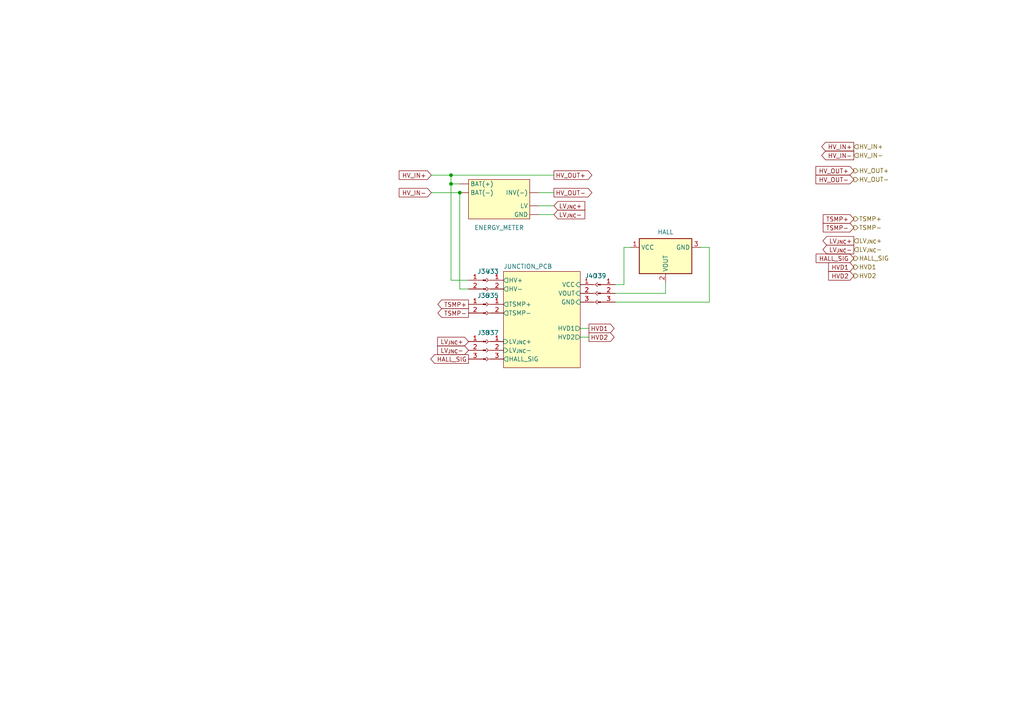
<source format=kicad_sch>
(kicad_sch (version 20211123) (generator eeschema)

  (uuid ca75196c-096c-4243-a796-817e5ae01a25)

  (paper "A4")

  (lib_symbols
    (symbol "A-FA_PARTS:Conn_01x02_Female" (pin_names (offset 1.016) hide) (in_bom yes) (on_board yes)
      (property "Reference" "J" (id 0) (at 0 2.54 0)
        (effects (font (size 1.27 1.27)))
      )
      (property "Value" "Conn_01x02_Female" (id 1) (at 0 -5.08 0)
        (effects (font (size 1.27 1.27)))
      )
      (property "Footprint" "" (id 2) (at 0 0 0)
        (effects (font (size 1.27 1.27)) hide)
      )
      (property "Datasheet" "~" (id 3) (at 0 0 0)
        (effects (font (size 1.27 1.27)) hide)
      )
      (property "ki_keywords" "connector" (id 4) (at 0 0 0)
        (effects (font (size 1.27 1.27)) hide)
      )
      (property "ki_description" "Generic connector, single row, 01x02, script generated (kicad-library-utils/schlib/autogen/connector/)" (id 5) (at 0 0 0)
        (effects (font (size 1.27 1.27)) hide)
      )
      (property "ki_fp_filters" "Connector*:*_1x??_*" (id 6) (at 0 0 0)
        (effects (font (size 1.27 1.27)) hide)
      )
      (symbol "Conn_01x02_Female_1_1"
        (arc (start 0 -2.032) (mid -0.508 -2.54) (end 0 -3.048)
          (stroke (width 0.1524) (type default) (color 0 0 0 0))
          (fill (type none))
        )
        (polyline
          (pts
            (xy -1.27 -2.54)
            (xy -0.508 -2.54)
          )
          (stroke (width 0.1524) (type default) (color 0 0 0 0))
          (fill (type none))
        )
        (polyline
          (pts
            (xy -1.27 0)
            (xy -0.508 0)
          )
          (stroke (width 0.1524) (type default) (color 0 0 0 0))
          (fill (type none))
        )
        (arc (start 0 0.508) (mid -0.508 0) (end 0 -0.508)
          (stroke (width 0.1524) (type default) (color 0 0 0 0))
          (fill (type none))
        )
        (pin input line (at 0 -2.54 180) (length 3.81) hide
          (name "" (effects (font (size 1.27 1.27))))
          (number "" (effects (font (size 1.27 1.27))))
        )
        (pin input line (at 0 0 180) (length 3.81) hide
          (name "" (effects (font (size 1.27 1.27))))
          (number "" (effects (font (size 1.27 1.27))))
        )
        (pin passive line (at -5.08 0 0) (length 3.81)
          (name "Pin_1" (effects (font (size 1.27 1.27))))
          (number "1" (effects (font (size 1.27 1.27))))
        )
        (pin passive line (at -5.08 -2.54 0) (length 3.81)
          (name "Pin_2" (effects (font (size 1.27 1.27))))
          (number "2" (effects (font (size 1.27 1.27))))
        )
      )
    )
    (symbol "A-FA_PARTS:Conn_01x02_Male" (pin_names (offset 1.016) hide) (in_bom yes) (on_board yes)
      (property "Reference" "J" (id 0) (at 0 2.54 0)
        (effects (font (size 1.27 1.27)))
      )
      (property "Value" "Conn_01x02_Male" (id 1) (at 0 -5.08 0)
        (effects (font (size 1.27 1.27)))
      )
      (property "Footprint" "" (id 2) (at 0 0 0)
        (effects (font (size 1.27 1.27)) hide)
      )
      (property "Datasheet" "~" (id 3) (at 0 0 0)
        (effects (font (size 1.27 1.27)) hide)
      )
      (property "ki_keywords" "connector" (id 4) (at 0 0 0)
        (effects (font (size 1.27 1.27)) hide)
      )
      (property "ki_description" "Generic connector, single row, 01x02, script generated (kicad-library-utils/schlib/autogen/connector/)" (id 5) (at 0 0 0)
        (effects (font (size 1.27 1.27)) hide)
      )
      (property "ki_fp_filters" "Connector*:*_1x??_*" (id 6) (at 0 0 0)
        (effects (font (size 1.27 1.27)) hide)
      )
      (symbol "Conn_01x02_Male_1_1"
        (polyline
          (pts
            (xy 1.27 -2.54)
            (xy 0.8636 -2.54)
          )
          (stroke (width 0.1524) (type default) (color 0 0 0 0))
          (fill (type none))
        )
        (polyline
          (pts
            (xy 1.27 0)
            (xy 0.8636 0)
          )
          (stroke (width 0.1524) (type default) (color 0 0 0 0))
          (fill (type none))
        )
        (rectangle (start 0.8636 -2.413) (end 0 -2.667)
          (stroke (width 0.1524) (type default) (color 0 0 0 0))
          (fill (type outline))
        )
        (rectangle (start 0.8636 0.127) (end 0 -0.127)
          (stroke (width 0.1524) (type default) (color 0 0 0 0))
          (fill (type outline))
        )
        (pin input line (at 0 -2.54 0) (length 3.81) hide
          (name "" (effects (font (size 1.27 1.27))))
          (number "" (effects (font (size 1.27 1.27))))
        )
        (pin input line (at 0 0 0) (length 3.81) hide
          (name "" (effects (font (size 1.27 1.27))))
          (number "" (effects (font (size 1.27 1.27))))
        )
        (pin passive line (at 5.08 0 180) (length 3.81)
          (name "Pin_1" (effects (font (size 1.27 1.27))))
          (number "1" (effects (font (size 1.27 1.27))))
        )
        (pin passive line (at 5.08 -2.54 180) (length 3.81)
          (name "Pin_2" (effects (font (size 1.27 1.27))))
          (number "2" (effects (font (size 1.27 1.27))))
        )
      )
    )
    (symbol "A-FA_PARTS:Conn_01x03_Female" (in_bom yes) (on_board yes)
      (property "Reference" "J" (id 0) (at -1.524 5.08 0)
        (effects (font (size 1.27 1.27)))
      )
      (property "Value" "Conn_01x03_Female" (id 1) (at 0.254 -5.969 0)
        (effects (font (size 1.27 1.27)) hide)
      )
      (property "Footprint" "" (id 2) (at -0.381 7.493 0)
        (effects (font (size 1.27 1.27)) hide)
      )
      (property "Datasheet" "" (id 3) (at -0.381 7.493 0)
        (effects (font (size 1.27 1.27)) hide)
      )
      (symbol "Conn_01x03_Female_1_1"
        (arc (start 0 -2.032) (mid -0.508 -2.54) (end 0 -3.048)
          (stroke (width 0.1524) (type default) (color 0 0 0 0))
          (fill (type none))
        )
        (polyline
          (pts
            (xy -1.27 -2.54)
            (xy -0.508 -2.54)
          )
          (stroke (width 0.1524) (type default) (color 0 0 0 0))
          (fill (type none))
        )
        (polyline
          (pts
            (xy -1.27 0)
            (xy -0.508 0)
          )
          (stroke (width 0.1524) (type default) (color 0 0 0 0))
          (fill (type none))
        )
        (polyline
          (pts
            (xy -1.27 2.54)
            (xy -0.508 2.54)
          )
          (stroke (width 0.1524) (type default) (color 0 0 0 0))
          (fill (type none))
        )
        (arc (start 0 0.508) (mid -0.508 0) (end 0 -0.508)
          (stroke (width 0.1524) (type default) (color 0 0 0 0))
          (fill (type none))
        )
        (arc (start 0 3.048) (mid -0.508 2.54) (end 0 2.032)
          (stroke (width 0.1524) (type default) (color 0 0 0 0))
          (fill (type none))
        )
        (pin input line (at 0 -2.54 180) (length 3.81) hide
          (name "" (effects (font (size 1.27 1.27))))
          (number "" (effects (font (size 1.27 1.27))))
        )
        (pin input line (at 0 0 180) (length 3.81) hide
          (name "" (effects (font (size 1.27 1.27))))
          (number "" (effects (font (size 1.27 1.27))))
        )
        (pin input line (at 0 2.54 180) (length 3.81) hide
          (name "" (effects (font (size 1.27 1.27))))
          (number "" (effects (font (size 1.27 1.27))))
        )
        (pin passive line (at -5.08 2.54 0) (length 3.81)
          (name "" (effects (font (size 1.27 1.27))))
          (number "1" (effects (font (size 1.27 1.27))))
        )
        (pin passive line (at -5.08 0 0) (length 3.81)
          (name "" (effects (font (size 1.27 1.27))))
          (number "2" (effects (font (size 1.27 1.27))))
        )
        (pin passive line (at -5.08 -2.54 0) (length 3.81)
          (name "" (effects (font (size 1.27 1.27))))
          (number "3" (effects (font (size 1.27 1.27))))
        )
      )
    )
    (symbol "A-FA_PARTS:Conn_01x03_Male" (in_bom yes) (on_board yes)
      (property "Reference" "J" (id 0) (at 1.651 4.826 0)
        (effects (font (size 1.27 1.27)))
      )
      (property "Value" "Conn_01x03_Male" (id 1) (at 0.762 -4.699 0)
        (effects (font (size 1.27 1.27)) hide)
      )
      (property "Footprint" "" (id 2) (at 0 0 0)
        (effects (font (size 1.27 1.27)) hide)
      )
      (property "Datasheet" "" (id 3) (at 0 0 0)
        (effects (font (size 1.27 1.27)) hide)
      )
      (symbol "Conn_01x03_Male_1_1"
        (polyline
          (pts
            (xy 1.2954 -2.54)
            (xy 0.889 -2.54)
          )
          (stroke (width 0.1524) (type default) (color 0 0 0 0))
          (fill (type none))
        )
        (polyline
          (pts
            (xy 1.2954 0)
            (xy 0.889 0)
          )
          (stroke (width 0.1524) (type default) (color 0 0 0 0))
          (fill (type none))
        )
        (polyline
          (pts
            (xy 1.2954 2.54)
            (xy 0.889 2.54)
          )
          (stroke (width 0.1524) (type default) (color 0 0 0 0))
          (fill (type none))
        )
        (rectangle (start 0.889 -2.413) (end 0.0254 -2.667)
          (stroke (width 0.1524) (type default) (color 0 0 0 0))
          (fill (type outline))
        )
        (rectangle (start 0.889 0.127) (end 0.0254 -0.127)
          (stroke (width 0.1524) (type default) (color 0 0 0 0))
          (fill (type outline))
        )
        (rectangle (start 0.889 2.667) (end 0.0254 2.413)
          (stroke (width 0.1524) (type default) (color 0 0 0 0))
          (fill (type outline))
        )
        (pin input line (at 0 -2.54 0) (length 3.81) hide
          (name "" (effects (font (size 1.27 1.27))))
          (number "" (effects (font (size 1.27 1.27))))
        )
        (pin input line (at 0 0 0) (length 3.81) hide
          (name "" (effects (font (size 1.27 1.27))))
          (number "" (effects (font (size 1.27 1.27))))
        )
        (pin input line (at 0 2.54 0) (length 3.81) hide
          (name "" (effects (font (size 1.27 1.27))))
          (number "" (effects (font (size 1.27 1.27))))
        )
        (pin passive line (at 5.08 2.54 180) (length 3.81)
          (name "" (effects (font (size 1.27 1.27))))
          (number "1" (effects (font (size 1.27 1.27))))
        )
        (pin passive line (at 5.08 0 180) (length 3.81)
          (name "" (effects (font (size 1.27 1.27))))
          (number "2" (effects (font (size 1.27 1.27))))
        )
        (pin passive line (at 5.08 -2.54 180) (length 3.81)
          (name "" (effects (font (size 1.27 1.27))))
          (number "3" (effects (font (size 1.27 1.27))))
        )
      )
    )
    (symbol "A-FA_PARTS:ENERGY_METER" (in_bom yes) (on_board yes)
      (property "Reference" "U" (id 0) (at 0 10.16 0)
        (effects (font (size 1.27 1.27)))
      )
      (property "Value" "ENERGY_METER" (id 1) (at 0 7.62 0)
        (effects (font (size 1.27 1.27)))
      )
      (property "Footprint" "" (id 2) (at -3.81 5.08 0)
        (effects (font (size 1.27 1.27)) hide)
      )
      (property "Datasheet" "" (id 3) (at -3.81 5.08 0)
        (effects (font (size 1.27 1.27)) hide)
      )
      (symbol "ENERGY_METER_0_1"
        (rectangle (start -8.89 6.35) (end 8.89 -5.08)
          (stroke (width 0.1524) (type default) (color 0 0 0 0))
          (fill (type background))
        )
      )
      (symbol "ENERGY_METER_1_1"
        (pin input line (at -11.43 5.08 0) (length 2.54)
          (name "BAT(+)" (effects (font (size 1.27 1.27))))
          (number "" (effects (font (size 1.27 1.27))))
        )
        (pin input line (at -11.43 2.54 0) (length 2.54)
          (name "BAT(-)" (effects (font (size 1.27 1.27))))
          (number "" (effects (font (size 1.27 1.27))))
        )
        (pin input line (at 11.43 -3.81 180) (length 2.54)
          (name "GND" (effects (font (size 1.27 1.27))))
          (number "" (effects (font (size 1.27 1.27))))
        )
        (pin input line (at 11.43 2.54 180) (length 2.54)
          (name "INV(-)" (effects (font (size 1.27 1.27))))
          (number "" (effects (font (size 1.27 1.27))))
        )
        (pin input line (at 11.43 -1.27 180) (length 2.54)
          (name "LV" (effects (font (size 1.27 1.27))))
          (number "" (effects (font (size 1.27 1.27))))
        )
      )
    )
    (symbol "Sensor_Magnetic:A1101ELHL" (in_bom yes) (on_board yes)
      (property "Reference" "U" (id 0) (at 0 11.43 0)
        (effects (font (size 1.27 1.27)) (justify left))
      )
      (property "Value" "A1101ELHL" (id 1) (at 0 8.89 0)
        (effects (font (size 1.27 1.27)) (justify left))
      )
      (property "Footprint" "Package_TO_SOT_SMD:SOT-23W" (id 2) (at 0 -8.89 0)
        (effects (font (size 1.27 1.27) italic) (justify left) hide)
      )
      (property "Datasheet" "https://www.allegromicro.com/-/media/files/datasheets/a110x-datasheet.ashx" (id 3) (at 0 16.51 0)
        (effects (font (size 1.27 1.27)) hide)
      )
      (property "ki_keywords" "hall switch" (id 4) (at 0 0 0)
        (effects (font (size 1.27 1.27)) hide)
      )
      (property "ki_description" "Hall effect switch, unipolar, Bop=100G, Brp=45G, -40C to +85C, SOT-23W" (id 5) (at 0 0 0)
        (effects (font (size 1.27 1.27)) hide)
      )
      (property "ki_fp_filters" "SOT?23*" (id 6) (at 0 0 0)
        (effects (font (size 1.27 1.27)) hide)
      )
      (symbol "A1101ELHL_0_1"
        (rectangle (start -5.08 7.62) (end 5.08 -7.62)
          (stroke (width 0.254) (type default) (color 0 0 0 0))
          (fill (type background))
        )
      )
      (symbol "A1101ELHL_1_1"
        (pin power_in line (at -2.54 10.16 270) (length 2.54)
          (name "VCC" (effects (font (size 1.27 1.27))))
          (number "1" (effects (font (size 1.27 1.27))))
        )
        (pin open_collector line (at 7.62 0 180) (length 2.54)
          (name "VOUT" (effects (font (size 1.27 1.27))))
          (number "2" (effects (font (size 1.27 1.27))))
        )
        (pin power_in line (at -2.54 -10.16 90) (length 2.54)
          (name "GND" (effects (font (size 1.27 1.27))))
          (number "3" (effects (font (size 1.27 1.27))))
        )
      )
    )
  )

  (junction (at 133.35 55.88) (diameter 0) (color 0 0 0 0)
    (uuid 138f7e2a-8477-4dde-b2d0-ee327a2a1cb2)
  )
  (junction (at 130.81 53.34) (diameter 0) (color 0 0 0 0)
    (uuid 32f8eaff-63f8-4a12-83ae-42be762364a8)
  )
  (junction (at 130.81 50.8) (diameter 0) (color 0 0 0 0)
    (uuid c2545684-58cc-42bc-8f98-266b61b31fc5)
  )

  (wire (pts (xy 156.21 59.69) (xy 160.655 59.69))
    (stroke (width 0) (type default) (color 0 0 0 0))
    (uuid 07fa2987-4686-4766-aafc-ed17bc22bcb5)
  )
  (wire (pts (xy 156.21 62.23) (xy 160.655 62.23))
    (stroke (width 0) (type default) (color 0 0 0 0))
    (uuid 0dfc9e8e-c7ee-4064-a93d-cfb5e680e28c)
  )
  (wire (pts (xy 125.095 50.8) (xy 130.81 50.8))
    (stroke (width 0) (type default) (color 0 0 0 0))
    (uuid 180cb394-bc92-405c-bb40-e1f01882773a)
  )
  (wire (pts (xy 193.04 85.09) (xy 178.435 85.09))
    (stroke (width 0) (type default) (color 0 0 0 0))
    (uuid 19ec9daf-2d08-46ab-b1e3-408001005aeb)
  )
  (wire (pts (xy 168.275 95.25) (xy 170.815 95.25))
    (stroke (width 0) (type default) (color 0 0 0 0))
    (uuid 1e61ac1e-614a-4e79-a402-e012609a2a2a)
  )
  (wire (pts (xy 133.35 83.82) (xy 135.89 83.82))
    (stroke (width 0) (type default) (color 0 0 0 0))
    (uuid 2a8b2077-b6b4-4be7-8eea-e7ee385b288e)
  )
  (wire (pts (xy 130.81 50.8) (xy 160.655 50.8))
    (stroke (width 0) (type default) (color 0 0 0 0))
    (uuid 4e358a08-40fc-4d3f-b6f0-7aa1ed2ea842)
  )
  (wire (pts (xy 130.81 53.34) (xy 130.81 50.8))
    (stroke (width 0) (type default) (color 0 0 0 0))
    (uuid 5f39a60f-3ffd-42a2-9550-9689f3183830)
  )
  (wire (pts (xy 182.88 71.755) (xy 180.975 71.755))
    (stroke (width 0) (type default) (color 0 0 0 0))
    (uuid 79987dc6-0253-4d6c-a1d6-7bce3195be14)
  )
  (wire (pts (xy 205.74 87.63) (xy 178.435 87.63))
    (stroke (width 0) (type default) (color 0 0 0 0))
    (uuid 8306b7e8-2ebb-48ff-874b-6783106c5a5d)
  )
  (wire (pts (xy 168.275 97.79) (xy 170.815 97.79))
    (stroke (width 0) (type default) (color 0 0 0 0))
    (uuid 8c2b4669-526a-4d97-a720-7ce9e89e6d26)
  )
  (wire (pts (xy 130.81 53.34) (xy 130.81 81.28))
    (stroke (width 0) (type default) (color 0 0 0 0))
    (uuid 90bb4a12-5352-43c1-a85f-cc7679eb1acf)
  )
  (wire (pts (xy 205.74 71.755) (xy 205.74 87.63))
    (stroke (width 0) (type default) (color 0 0 0 0))
    (uuid 983643b6-5098-4144-980f-c74dfa069c3e)
  )
  (wire (pts (xy 130.81 81.28) (xy 135.89 81.28))
    (stroke (width 0) (type default) (color 0 0 0 0))
    (uuid 9abd6fd7-5843-4baf-9855-aced61834a22)
  )
  (wire (pts (xy 160.655 55.88) (xy 156.21 55.88))
    (stroke (width 0) (type default) (color 0 0 0 0))
    (uuid a97911fc-8c2f-4df9-856e-e91936ef6b08)
  )
  (wire (pts (xy 180.975 82.55) (xy 178.435 82.55))
    (stroke (width 0) (type default) (color 0 0 0 0))
    (uuid b9a522cc-1a5d-4830-a178-c02cfb953dfd)
  )
  (wire (pts (xy 203.2 71.755) (xy 205.74 71.755))
    (stroke (width 0) (type default) (color 0 0 0 0))
    (uuid c0319ea0-8183-46dc-a281-c75c8be44f4f)
  )
  (wire (pts (xy 125.095 55.88) (xy 133.35 55.88))
    (stroke (width 0) (type default) (color 0 0 0 0))
    (uuid d47ec167-fff6-45a7-9b97-af67c1d0af8a)
  )
  (wire (pts (xy 133.35 53.34) (xy 130.81 53.34))
    (stroke (width 0) (type default) (color 0 0 0 0))
    (uuid d7478484-5e17-49d5-81fa-4f7778a54b67)
  )
  (wire (pts (xy 133.35 55.88) (xy 133.35 83.82))
    (stroke (width 0) (type default) (color 0 0 0 0))
    (uuid e4807b4a-5881-4a14-b4aa-3988674b1b79)
  )
  (wire (pts (xy 180.975 71.755) (xy 180.975 82.55))
    (stroke (width 0) (type default) (color 0 0 0 0))
    (uuid e78907c9-52a0-448b-8bc2-f35c3eaedc69)
  )
  (wire (pts (xy 193.04 81.915) (xy 193.04 85.09))
    (stroke (width 0) (type default) (color 0 0 0 0))
    (uuid fe7db1f5-0588-41c3-b508-40be96acdf00)
  )

  (global_label "TSMP-" (shape output) (at 135.89 90.805 180) (fields_autoplaced)
    (effects (font (size 1.27 1.27)) (justify right))
    (uuid 1ec329d8-7a9c-4194-b760-1dba3bda886e)
    (property "Intersheet References" "${INTERSHEET_REFS}" (id 0) (at 127.0059 90.7256 0)
      (effects (font (size 1.27 1.27)) (justify right) hide)
    )
  )
  (global_label "HV_IN-" (shape input) (at 125.095 55.88 180) (fields_autoplaced)
    (effects (font (size 1.27 1.27)) (justify right))
    (uuid 2e71066a-543e-4ead-a6c3-b30b319b63bd)
    (property "Intersheet References" "${INTERSHEET_REFS}" (id 0) (at 115.7876 55.8006 0)
      (effects (font (size 1.27 1.27)) (justify right) hide)
    )
  )
  (global_label "HV_IN-" (shape output) (at 247.65 45.085 180) (fields_autoplaced)
    (effects (font (size 1.27 1.27)) (justify right))
    (uuid 396711e0-e24a-4baa-a525-8420ff9080ca)
    (property "Intersheet References" "${INTERSHEET_REFS}" (id 0) (at 238.3426 45.0056 0)
      (effects (font (size 1.27 1.27)) (justify right) hide)
    )
  )
  (global_label "HV_OUT+" (shape input) (at 247.65 49.53 180) (fields_autoplaced)
    (effects (font (size 1.27 1.27)) (justify right))
    (uuid 4b6091f3-4de6-4945-954a-ff1670845f41)
    (property "Intersheet References" "${INTERSHEET_REFS}" (id 0) (at 236.6493 49.4506 0)
      (effects (font (size 1.27 1.27)) (justify right) hide)
    )
  )
  (global_label "LV_{JNC}+" (shape output) (at 247.65 69.85 180) (fields_autoplaced)
    (effects (font (size 1.27 1.27)) (justify right))
    (uuid 4d5a585a-ef60-4b27-811a-5534f9bc1cc1)
    (property "Intersheet References" "${INTERSHEET_REFS}" (id 0) (at 238.6934 69.7706 0)
      (effects (font (size 1.27 1.27)) (justify right) hide)
    )
  )
  (global_label "HV_IN+" (shape output) (at 247.65 42.545 180) (fields_autoplaced)
    (effects (font (size 1.27 1.27)) (justify right))
    (uuid 5075153a-2d4a-433c-b8ed-dd3539d4f599)
    (property "Intersheet References" "${INTERSHEET_REFS}" (id 0) (at 238.3426 42.4656 0)
      (effects (font (size 1.27 1.27)) (justify right) hide)
    )
  )
  (global_label "HVD1" (shape output) (at 170.815 95.25 0) (fields_autoplaced)
    (effects (font (size 1.27 1.27)) (justify left))
    (uuid 5a398e52-0dbb-4c04-a385-1e0f7fc3eb96)
    (property "Intersheet References" "${INTERSHEET_REFS}" (id 0) (at 178.1267 95.1706 0)
      (effects (font (size 1.27 1.27)) (justify left) hide)
    )
  )
  (global_label "HV_OUT+" (shape output) (at 160.655 50.8 0) (fields_autoplaced)
    (effects (font (size 1.27 1.27)) (justify left))
    (uuid 5eb9a487-9f48-47d1-bcb4-dc60999318e4)
    (property "Intersheet References" "${INTERSHEET_REFS}" (id 0) (at 171.6557 50.7206 0)
      (effects (font (size 1.27 1.27)) (justify left) hide)
    )
  )
  (global_label "TSMP-" (shape input) (at 247.65 66.04 180) (fields_autoplaced)
    (effects (font (size 1.27 1.27)) (justify right))
    (uuid 65d1f49b-e041-4823-8575-f53be127aad1)
    (property "Intersheet References" "${INTERSHEET_REFS}" (id 0) (at 238.7659 65.9606 0)
      (effects (font (size 1.27 1.27)) (justify right) hide)
    )
  )
  (global_label "HVD2" (shape output) (at 170.815 97.79 0) (fields_autoplaced)
    (effects (font (size 1.27 1.27)) (justify left))
    (uuid 6a8c7134-6175-4795-929d-dc55895337c6)
    (property "Intersheet References" "${INTERSHEET_REFS}" (id 0) (at 178.1267 97.7106 0)
      (effects (font (size 1.27 1.27)) (justify left) hide)
    )
  )
  (global_label "HV_OUT-" (shape output) (at 160.655 55.88 0) (fields_autoplaced)
    (effects (font (size 1.27 1.27)) (justify left))
    (uuid 7319327e-7d43-4761-bb57-70465f53b28d)
    (property "Intersheet References" "${INTERSHEET_REFS}" (id 0) (at 171.6557 55.8006 0)
      (effects (font (size 1.27 1.27)) (justify left) hide)
    )
  )
  (global_label "LV_{JNC}-" (shape input) (at 160.655 62.23 0) (fields_autoplaced)
    (effects (font (size 1.27 1.27)) (justify left))
    (uuid 73f2eb3c-96d5-494e-8c16-f87b9c5292fe)
    (property "Intersheet References" "${INTERSHEET_REFS}" (id 0) (at 169.6116 62.1506 0)
      (effects (font (size 1.27 1.27)) (justify left) hide)
    )
  )
  (global_label "TSMP+" (shape input) (at 247.65 63.5 180) (fields_autoplaced)
    (effects (font (size 1.27 1.27)) (justify right))
    (uuid 7a78bfcd-bc84-4785-97c3-4bb7f236c352)
    (property "Intersheet References" "${INTERSHEET_REFS}" (id 0) (at 238.7659 63.4206 0)
      (effects (font (size 1.27 1.27)) (justify right) hide)
    )
  )
  (global_label "HV_OUT-" (shape input) (at 247.65 52.07 180) (fields_autoplaced)
    (effects (font (size 1.27 1.27)) (justify right))
    (uuid 8d0a4f22-f012-4d34-baa4-4f997c92acee)
    (property "Intersheet References" "${INTERSHEET_REFS}" (id 0) (at 236.6493 51.9906 0)
      (effects (font (size 1.27 1.27)) (justify right) hide)
    )
  )
  (global_label "HALL_SIG" (shape input) (at 247.65 74.93 180) (fields_autoplaced)
    (effects (font (size 1.27 1.27)) (justify right))
    (uuid 8ef09b3d-4fa0-43b0-b64f-be0a4708aa7f)
    (property "Intersheet References" "${INTERSHEET_REFS}" (id 0) (at 236.7098 74.8506 0)
      (effects (font (size 1.27 1.27)) (justify right) hide)
    )
  )
  (global_label "HV_IN+" (shape input) (at 125.095 50.8 180) (fields_autoplaced)
    (effects (font (size 1.27 1.27)) (justify right))
    (uuid 9d9873c1-4d9d-4670-885d-c1365f9e0c30)
    (property "Intersheet References" "${INTERSHEET_REFS}" (id 0) (at 115.7876 50.8794 0)
      (effects (font (size 1.27 1.27)) (justify right) hide)
    )
  )
  (global_label "LV_{JNC}-" (shape output) (at 247.65 72.39 180) (fields_autoplaced)
    (effects (font (size 1.27 1.27)) (justify right))
    (uuid a5fec895-dc84-4a6c-95e5-8d5302148c9b)
    (property "Intersheet References" "${INTERSHEET_REFS}" (id 0) (at 238.6934 72.3106 0)
      (effects (font (size 1.27 1.27)) (justify right) hide)
    )
  )
  (global_label "LV_{JNC}+" (shape input) (at 135.89 99.06 180) (fields_autoplaced)
    (effects (font (size 1.27 1.27)) (justify right))
    (uuid a651f8d2-5dec-4bf6-bf20-84ac3121e49c)
    (property "Intersheet References" "${INTERSHEET_REFS}" (id 0) (at 126.9334 98.9806 0)
      (effects (font (size 1.27 1.27)) (justify right) hide)
    )
  )
  (global_label "HALL_SIG" (shape output) (at 135.89 104.14 180) (fields_autoplaced)
    (effects (font (size 1.27 1.27)) (justify right))
    (uuid b24a5d44-97f7-4cc1-921a-104d33fe0733)
    (property "Intersheet References" "${INTERSHEET_REFS}" (id 0) (at 124.9498 104.0606 0)
      (effects (font (size 1.27 1.27)) (justify right) hide)
    )
  )
  (global_label "HVD2" (shape input) (at 247.65 80.01 180) (fields_autoplaced)
    (effects (font (size 1.27 1.27)) (justify right))
    (uuid c7f66de5-f8fd-4c0b-ba55-f421deb89c6e)
    (property "Intersheet References" "${INTERSHEET_REFS}" (id 0) (at 240.3383 79.9306 0)
      (effects (font (size 1.27 1.27)) (justify right) hide)
    )
  )
  (global_label "HVD1" (shape input) (at 247.65 77.47 180) (fields_autoplaced)
    (effects (font (size 1.27 1.27)) (justify right))
    (uuid d8109a11-ab0e-4ad4-8145-35e422bba8a3)
    (property "Intersheet References" "${INTERSHEET_REFS}" (id 0) (at 240.3383 77.3906 0)
      (effects (font (size 1.27 1.27)) (justify right) hide)
    )
  )
  (global_label "LV_{JNC}+" (shape input) (at 160.655 59.69 0) (fields_autoplaced)
    (effects (font (size 1.27 1.27)) (justify left))
    (uuid d9ae6415-26f8-41c2-8185-fae437a74f18)
    (property "Intersheet References" "${INTERSHEET_REFS}" (id 0) (at 169.6116 59.6106 0)
      (effects (font (size 1.27 1.27)) (justify left) hide)
    )
  )
  (global_label "TSMP+" (shape output) (at 135.89 88.265 180) (fields_autoplaced)
    (effects (font (size 1.27 1.27)) (justify right))
    (uuid dc694691-ee65-4da6-8e0b-71ebece06581)
    (property "Intersheet References" "${INTERSHEET_REFS}" (id 0) (at 127.0059 88.1856 0)
      (effects (font (size 1.27 1.27)) (justify right) hide)
    )
  )
  (global_label "LV_{JNC}-" (shape input) (at 135.89 101.6 180) (fields_autoplaced)
    (effects (font (size 1.27 1.27)) (justify right))
    (uuid e37a868a-7070-471b-9d52-e6d36c020115)
    (property "Intersheet References" "${INTERSHEET_REFS}" (id 0) (at 126.9334 101.5206 0)
      (effects (font (size 1.27 1.27)) (justify right) hide)
    )
  )

  (hierarchical_label "HV_IN-" (shape input) (at 247.65 45.085 0)
    (effects (font (size 1.27 1.27)) (justify left))
    (uuid 06d81802-8c2d-46df-b47d-11b99d89f548)
  )
  (hierarchical_label "TSMP-" (shape output) (at 247.65 66.04 0)
    (effects (font (size 1.27 1.27)) (justify left))
    (uuid 0da06fd8-62f9-46b6-ae6d-c98d24ffa5f5)
  )
  (hierarchical_label "TSMP+" (shape output) (at 247.65 63.5 0)
    (effects (font (size 1.27 1.27)) (justify left))
    (uuid 27cdaf6d-13ea-4d08-9114-5e835f5f1163)
  )
  (hierarchical_label "HVD2" (shape output) (at 247.65 80.01 0)
    (effects (font (size 1.27 1.27)) (justify left))
    (uuid 64d85926-42a5-4874-b899-c43b6bf15517)
  )
  (hierarchical_label "HV_OUT-" (shape output) (at 247.65 52.07 0)
    (effects (font (size 1.27 1.27)) (justify left))
    (uuid 67694d2f-9e3d-4e4b-ba8a-f7d2bc59cef6)
  )
  (hierarchical_label "LV_{JNC}-" (shape input) (at 247.65 72.39 0)
    (effects (font (size 1.27 1.27)) (justify left))
    (uuid 7cfcf096-47c5-40a0-a8b4-e261a6fff93f)
  )
  (hierarchical_label "LV_{JNC}+" (shape input) (at 247.65 69.85 0)
    (effects (font (size 1.27 1.27)) (justify left))
    (uuid a628dcef-c5d6-41a5-8fa8-af8c133c909c)
  )
  (hierarchical_label "HV_IN+" (shape input) (at 247.65 42.545 0)
    (effects (font (size 1.27 1.27)) (justify left))
    (uuid b7972bf7-6351-4e49-96e4-8cc8e2a6871c)
  )
  (hierarchical_label "HV_OUT+" (shape output) (at 247.65 49.53 0)
    (effects (font (size 1.27 1.27)) (justify left))
    (uuid bd3b6a9f-5eaf-441a-ba2e-82dca064bf97)
  )
  (hierarchical_label "HALL_SIG" (shape output) (at 247.65 74.93 0)
    (effects (font (size 1.27 1.27)) (justify left))
    (uuid cc8e067f-508c-4a3b-b7c5-6d86f1ff9ee2)
  )
  (hierarchical_label "HVD1" (shape output) (at 247.65 77.47 0)
    (effects (font (size 1.27 1.27)) (justify left))
    (uuid fdbbf82e-3950-48d6-8edd-594a435fba12)
  )

  (symbol (lib_id "A-FA_PARTS:Conn_01x02_Female") (at 140.97 88.265 0) (mirror y) (unit 1)
    (in_bom yes) (on_board yes)
    (uuid 3113d98a-be9e-425f-a8a6-753117077d46)
    (property "Reference" "J35" (id 0) (at 142.875 85.725 0))
    (property "Value" "Conn_01x02_Female" (id 1) (at 141.605 86.6449 0)
      (effects (font (size 1.27 1.27)) hide)
    )
    (property "Footprint" "" (id 2) (at 140.97 88.265 0)
      (effects (font (size 1.27 1.27)) hide)
    )
    (property "Datasheet" "~" (id 3) (at 140.97 88.265 0)
      (effects (font (size 1.27 1.27)) hide)
    )
    (pin "" (uuid ff396b5d-5747-4b5d-8277-be9b594390ed))
    (pin "" (uuid ff396b5d-5747-4b5d-8277-be9b594390ed))
    (pin "1" (uuid ca643877-087b-4064-a8a0-d284fd7bcb73))
    (pin "2" (uuid 61217896-6795-41de-8aa4-0f4d3e2e93b1))
  )

  (symbol (lib_id "A-FA_PARTS:Conn_01x02_Male") (at 140.97 88.265 0) (mirror y) (unit 1)
    (in_bom yes) (on_board yes)
    (uuid 420b60cb-f5b6-4969-87ec-b0276ff3c7fc)
    (property "Reference" "J36" (id 0) (at 138.43 85.725 0)
      (effects (font (size 1.27 1.27)) (justify right))
    )
    (property "Value" "Conn_01x02_Male" (id 1) (at 141.6812 91.2372 0)
      (effects (font (size 1.27 1.27)) (justify right) hide)
    )
    (property "Footprint" "" (id 2) (at 140.97 88.265 0)
      (effects (font (size 1.27 1.27)) hide)
    )
    (property "Datasheet" "~" (id 3) (at 140.97 88.265 0)
      (effects (font (size 1.27 1.27)) hide)
    )
    (pin "" (uuid 15f97ea8-9d17-4689-87c3-f2a6963a0b0d))
    (pin "" (uuid 15f97ea8-9d17-4689-87c3-f2a6963a0b0d))
    (pin "1" (uuid ae276633-a061-4ca2-b08f-fef04619eea8))
    (pin "2" (uuid fd2a6288-4eb1-4be3-b0f7-0896f9f32804))
  )

  (symbol (lib_id "A-FA_PARTS:Conn_01x03_Female") (at 140.97 101.6 0) (mirror y) (unit 1)
    (in_bom yes) (on_board yes)
    (uuid 7e91c6b6-19e5-4203-9898-391f9c9d4467)
    (property "Reference" "J37" (id 0) (at 142.875 96.52 0))
    (property "Value" "Conn_01x03_Female" (id 1) (at 140.716 107.569 0)
      (effects (font (size 1.27 1.27)) hide)
    )
    (property "Footprint" "" (id 2) (at 141.351 94.107 0)
      (effects (font (size 1.27 1.27)) hide)
    )
    (property "Datasheet" "" (id 3) (at 141.351 94.107 0)
      (effects (font (size 1.27 1.27)) hide)
    )
    (pin "" (uuid ec712252-d073-43e1-868a-e04c99663eea))
    (pin "" (uuid ec712252-d073-43e1-868a-e04c99663eea))
    (pin "" (uuid ec712252-d073-43e1-868a-e04c99663eea))
    (pin "1" (uuid 580a46d4-35ab-4676-871e-2edff8f1cc72))
    (pin "2" (uuid 86910f6b-7255-4b38-9a2a-419eb859e407))
    (pin "3" (uuid aaf4c67b-050d-404b-9378-804de4e65d11))
  )

  (symbol (lib_id "A-FA_PARTS:Conn_01x02_Female") (at 140.97 81.28 0) (mirror y) (unit 1)
    (in_bom yes) (on_board yes)
    (uuid 85b7cbc7-fc18-41cc-8d37-feb4de0166e6)
    (property "Reference" "J33" (id 0) (at 142.875 78.74 0))
    (property "Value" "Conn_01x02_Female" (id 1) (at 141.605 79.6599 0)
      (effects (font (size 1.27 1.27)) hide)
    )
    (property "Footprint" "" (id 2) (at 140.97 81.28 0)
      (effects (font (size 1.27 1.27)) hide)
    )
    (property "Datasheet" "~" (id 3) (at 140.97 81.28 0)
      (effects (font (size 1.27 1.27)) hide)
    )
    (pin "" (uuid 4942c78c-4124-4c28-845b-44be4de5ad72))
    (pin "" (uuid 4942c78c-4124-4c28-845b-44be4de5ad72))
    (pin "1" (uuid 63d49ed9-8a95-4f38-831b-a1e80e2667d7))
    (pin "2" (uuid 24e786d2-4554-41f1-bd12-3818e8390e71))
  )

  (symbol (lib_id "A-FA_PARTS:Conn_01x02_Male") (at 140.97 81.28 0) (mirror y) (unit 1)
    (in_bom yes) (on_board yes)
    (uuid 8fd2915f-1e8a-4109-bdcf-3ed99a799172)
    (property "Reference" "J34" (id 0) (at 138.43 78.74 0)
      (effects (font (size 1.27 1.27)) (justify right))
    )
    (property "Value" "Conn_01x02_Male" (id 1) (at 141.6812 84.2522 0)
      (effects (font (size 1.27 1.27)) (justify right) hide)
    )
    (property "Footprint" "" (id 2) (at 140.97 81.28 0)
      (effects (font (size 1.27 1.27)) hide)
    )
    (property "Datasheet" "~" (id 3) (at 140.97 81.28 0)
      (effects (font (size 1.27 1.27)) hide)
    )
    (pin "" (uuid 2eeb9fb7-1282-4396-9250-bef4939cc841))
    (pin "" (uuid 2eeb9fb7-1282-4396-9250-bef4939cc841))
    (pin "1" (uuid 27ebe784-5fed-4009-952a-8378e45406c1))
    (pin "2" (uuid 519841bc-2f5e-44f2-b6b7-63979120e0e5))
  )

  (symbol (lib_id "A-FA_PARTS:Conn_01x03_Male") (at 173.355 85.09 0) (unit 1)
    (in_bom yes) (on_board yes)
    (uuid b578c9e5-d715-4071-8fa9-f74701f43131)
    (property "Reference" "J39" (id 0) (at 175.895 80.01 0)
      (effects (font (size 1.27 1.27)) (justify right))
    )
    (property "Value" "Conn_01x03_Male" (id 1) (at 174.117 89.789 0)
      (effects (font (size 1.27 1.27)) hide)
    )
    (property "Footprint" "" (id 2) (at 173.355 85.09 0)
      (effects (font (size 1.27 1.27)) hide)
    )
    (property "Datasheet" "" (id 3) (at 173.355 85.09 0)
      (effects (font (size 1.27 1.27)) hide)
    )
    (pin "" (uuid 54620809-171a-4381-9d37-c9b7a2eca424))
    (pin "" (uuid 54620809-171a-4381-9d37-c9b7a2eca424))
    (pin "" (uuid 54620809-171a-4381-9d37-c9b7a2eca424))
    (pin "1" (uuid 0b0d153c-e73f-43ac-944f-c7ee310dc883))
    (pin "2" (uuid 76912bdd-cd14-4f8e-9e12-e171fbc580fe))
    (pin "3" (uuid 3709812b-e277-457e-812a-193b28cb22f4))
  )

  (symbol (lib_id "A-FA_PARTS:ENERGY_METER") (at 144.78 58.42 0) (unit 1)
    (in_bom yes) (on_board yes)
    (uuid b91595ff-787e-4842-9fb5-e3b463428bba)
    (property "Reference" "U21" (id 0) (at 144.78 68.58 0)
      (effects (font (size 1.27 1.27)) hide)
    )
    (property "Value" "ENERGY_METER" (id 1) (at 144.78 66.04 0))
    (property "Footprint" "" (id 2) (at 138.43 53.34 0)
      (effects (font (size 1.27 1.27)) hide)
    )
    (property "Datasheet" "" (id 3) (at 138.43 53.34 0)
      (effects (font (size 1.27 1.27)) hide)
    )
    (pin "" (uuid affa7e31-b9c1-4177-b77e-531a7c211ada))
    (pin "" (uuid affa7e31-b9c1-4177-b77e-531a7c211ada))
    (pin "" (uuid affa7e31-b9c1-4177-b77e-531a7c211ada))
    (pin "" (uuid affa7e31-b9c1-4177-b77e-531a7c211ada))
    (pin "" (uuid affa7e31-b9c1-4177-b77e-531a7c211ada))
  )

  (symbol (lib_id "A-FA_PARTS:Conn_01x03_Female") (at 173.355 85.09 0) (unit 1)
    (in_bom yes) (on_board yes)
    (uuid c02f11e2-8681-4a71-8b53-b4be3abfa549)
    (property "Reference" "J40" (id 0) (at 171.45 80.01 0))
    (property "Value" "Conn_01x03_Female" (id 1) (at 173.609 91.059 0)
      (effects (font (size 1.27 1.27)) hide)
    )
    (property "Footprint" "" (id 2) (at 172.974 77.597 0)
      (effects (font (size 1.27 1.27)) hide)
    )
    (property "Datasheet" "" (id 3) (at 172.974 77.597 0)
      (effects (font (size 1.27 1.27)) hide)
    )
    (pin "" (uuid c6054807-2ef5-47d8-b164-fa92d0c3c311))
    (pin "" (uuid c6054807-2ef5-47d8-b164-fa92d0c3c311))
    (pin "" (uuid c6054807-2ef5-47d8-b164-fa92d0c3c311))
    (pin "1" (uuid b807de6e-32f7-47cb-9df0-fd7f39a70206))
    (pin "2" (uuid 525906a6-d109-4b4b-b87b-15370c8a4a57))
    (pin "3" (uuid 05e94003-4285-4fe4-b742-98412fdaade1))
  )

  (symbol (lib_id "A-FA_PARTS:Conn_01x03_Male") (at 140.97 101.6 0) (mirror y) (unit 1)
    (in_bom yes) (on_board yes)
    (uuid cc1fd4a1-2e33-4742-a7ef-820893f6d4ab)
    (property "Reference" "J38" (id 0) (at 138.43 96.52 0)
      (effects (font (size 1.27 1.27)) (justify right))
    )
    (property "Value" "Conn_01x03_Male" (id 1) (at 140.208 106.299 0)
      (effects (font (size 1.27 1.27)) hide)
    )
    (property "Footprint" "" (id 2) (at 140.97 101.6 0)
      (effects (font (size 1.27 1.27)) hide)
    )
    (property "Datasheet" "" (id 3) (at 140.97 101.6 0)
      (effects (font (size 1.27 1.27)) hide)
    )
    (pin "" (uuid 3660e67d-738c-47b9-b5f9-d7ffe236a43d))
    (pin "" (uuid 3660e67d-738c-47b9-b5f9-d7ffe236a43d))
    (pin "" (uuid 3660e67d-738c-47b9-b5f9-d7ffe236a43d))
    (pin "1" (uuid a4adc93e-2335-4288-9db4-c3e76e5f65b2))
    (pin "2" (uuid beac668b-ccab-4e70-8f93-084fa217245e))
    (pin "3" (uuid db738198-55bb-41fe-8c4a-bf65417711ce))
  )

  (symbol (lib_id "Sensor_Magnetic:A1101ELHL") (at 193.04 74.295 90) (mirror x) (unit 1)
    (in_bom yes) (on_board yes)
    (uuid fddc2b5f-71f3-4f4e-a859-6721d2cf6d47)
    (property "Reference" "U22" (id 0) (at 193.04 64.7731 90)
      (effects (font (size 1.27 1.27)) hide)
    )
    (property "Value" "HALL" (id 1) (at 193.04 67.31 90))
    (property "Footprint" "Package_TO_SOT_SMD:SOT-23W" (id 2) (at 201.93 74.295 0)
      (effects (font (size 1.27 1.27) italic) (justify left) hide)
    )
    (property "Datasheet" "https://www.allegromicro.com/-/media/files/datasheets/a110x-datasheet.ashx" (id 3) (at 176.53 74.295 0)
      (effects (font (size 1.27 1.27)) hide)
    )
    (pin "1" (uuid 60c2cf60-b1d9-48a6-8c82-2e7eda0d321f))
    (pin "2" (uuid a09df0ff-1443-4fd4-960c-f8520cfdbae0))
    (pin "3" (uuid 30c010c8-19d2-4faa-8c8c-f303422f5ee2))
  )

  (sheet (at 146.05 78.74) (size 22.225 27.94) (fields_autoplaced)
    (stroke (width 0.1524) (type solid) (color 0 0 0 0))
    (fill (color 255 255 194 1.0000))
    (uuid 4f3a40b7-7c6f-481d-a9ac-844fac2cac3a)
    (property "Sheet name" "JUNCTION_PCB" (id 0) (at 146.05 78.0284 0)
      (effects (font (size 1.27 1.27)) (justify left bottom))
    )
    (property "Sheet file" "JUNCTION_PCB.kicad_sch" (id 1) (at 146.05 107.2646 0)
      (effects (font (size 1.27 1.27)) (justify left top) hide)
    )
    (pin "HV-" output (at 146.05 83.82 180)
      (effects (font (size 1.27 1.27)) (justify left))
      (uuid 7335dd8d-eb80-476f-ae8a-c70a30622f81)
    )
    (pin "HV+" output (at 146.05 81.28 180)
      (effects (font (size 1.27 1.27)) (justify left))
      (uuid 18b65dbe-d788-4168-804d-442119a24133)
    )
    (pin "TSMP-" output (at 146.05 90.805 180)
      (effects (font (size 1.27 1.27)) (justify left))
      (uuid 10cc4435-2cdd-44be-8f04-068e99be5773)
    )
    (pin "LV_{JNC}+" input (at 146.05 99.06 180)
      (effects (font (size 1.27 1.27)) (justify left))
      (uuid 7c3ee95f-8ee0-47a6-8492-d726a1b8860c)
    )
    (pin "TSMP+" output (at 146.05 88.265 180)
      (effects (font (size 1.27 1.27)) (justify left))
      (uuid 91229d56-88a5-46f0-ac51-bc943011ad51)
    )
    (pin "HALL_SIG" output (at 146.05 104.14 180)
      (effects (font (size 1.27 1.27)) (justify left))
      (uuid 8f402d16-8323-4b61-b6d5-259767b2e84a)
    )
    (pin "LV_{JNC}-" input (at 146.05 101.6 180)
      (effects (font (size 1.27 1.27)) (justify left))
      (uuid 0cc45891-1ac4-4390-bca5-202110e20794)
    )
    (pin "VCC" input (at 168.275 82.55 0)
      (effects (font (size 1.27 1.27)) (justify right))
      (uuid 11349f3d-2ce0-4fc7-9634-6b92fcadeaca)
    )
    (pin "VOUT" input (at 168.275 85.09 0)
      (effects (font (size 1.27 1.27)) (justify right))
      (uuid 96de712f-9c9b-42bb-9766-64295bda184b)
    )
    (pin "GND" input (at 168.275 87.63 0)
      (effects (font (size 1.27 1.27)) (justify right))
      (uuid 3c50fb78-595f-414a-950e-168aeff42540)
    )
    (pin "HVD1" output (at 168.275 95.25 0)
      (effects (font (size 1.27 1.27)) (justify right))
      (uuid 2cbf8734-0b23-4162-83cb-7c438dd8df6b)
    )
    (pin "HVD2" output (at 168.275 97.79 0)
      (effects (font (size 1.27 1.27)) (justify right))
      (uuid 90c1f5c6-b0c1-481a-9376-1afac6df8399)
    )
  )
)

</source>
